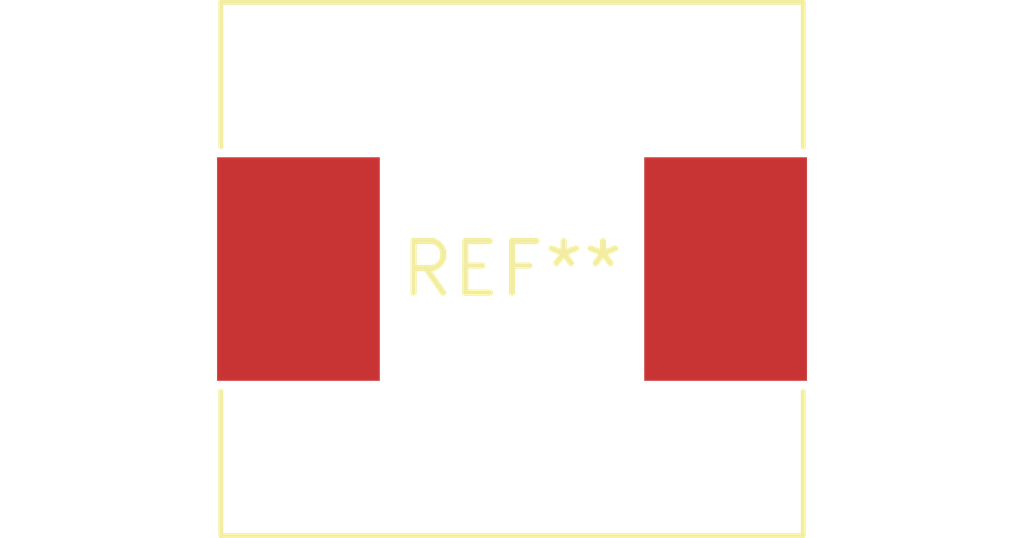
<source format=kicad_pcb>
(kicad_pcb (version 20240108) (generator pcbnew)
  (layers (0 "F.Cu" signal) (31 "B.Cu" signal) (34 "B.Paste" user) (35 "F.Paste" user) (36 "B.SilkS" user "B.Silkscreen") (37 "F.SilkS" user "F.Silkscreen") (38 "B.Mask" user) (39 "F.Mask" user) (44 "Edge.Cuts" user))
  (net 0 "")
  (footprint "L_Chilisin_BMRG00131360" (layer "F.Cu") (at 0 0)
    (property "Reference" "REF**")
    (property "Value" "L_Chilisin_BMRG00131360")
    (fp_line (start -7.16 -6.56) (end -7.16 -3.01) (layer "F.SilkS") (stroke (width 0.12)))
    (fp_line (start -7.16 -6.56) (end 7.16 -6.56) (layer "F.SilkS") (stroke (width 0.12)))
    (fp_line (start -7.16 6.56) (end -7.16 3.01) (layer "F.SilkS") (stroke (width 0.12)))
    (fp_line (start -7.16 6.56) (end 7.16 6.56) (layer "F.SilkS") (stroke (width 0.12)))
    (fp_line (start 7.16 -6.56) (end 7.16 -3.01) (layer "F.SilkS") (stroke (width 0.12)))
    (fp_line (start 7.16 6.56) (end 7.16 3.01) (layer "F.SilkS") (stroke (width 0.12)))
    (pad "1" smd rect (at -5.25 0) (size 4 5.5) (layers "F.Cu" "F.Paste" "F.Mask"))
    (pad "2" smd rect (at 5.25 0) (size 4 5.5) (layers "F.Cu" "F.Paste" "F.Mask"))
  )
)
</source>
